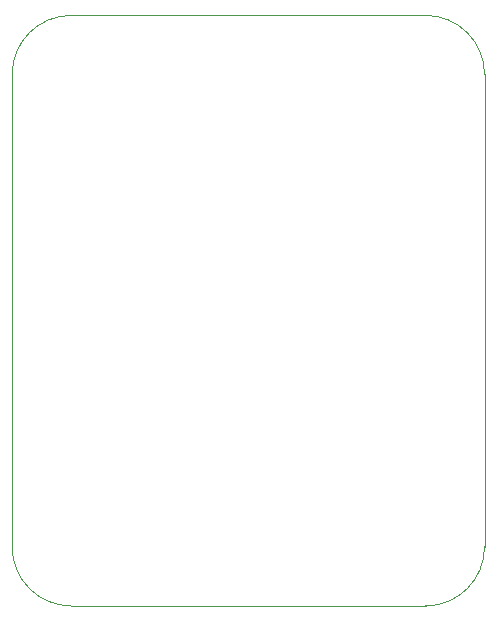
<source format=gm1>
%TF.GenerationSoftware,KiCad,Pcbnew,9.0.3*%
%TF.CreationDate,2025-07-24T09:06:34+02:00*%
%TF.ProjectId,turn-signal-flasher-6V,7475726e-2d73-4696-976e-616c2d666c61,rev?*%
%TF.SameCoordinates,Original*%
%TF.FileFunction,Profile,NP*%
%FSLAX46Y46*%
G04 Gerber Fmt 4.6, Leading zero omitted, Abs format (unit mm)*
G04 Created by KiCad (PCBNEW 9.0.3) date 2025-07-24 09:06:34*
%MOMM*%
%LPD*%
G01*
G04 APERTURE LIST*
%TA.AperFunction,Profile*%
%ADD10C,0.050000*%
%TD*%
G04 APERTURE END LIST*
D10*
X105000000Y-100000000D02*
X135000000Y-100000000D01*
X105000000Y-150000000D02*
G75*
G02*
X100000000Y-145000000I0J5000000D01*
G01*
X140000000Y-105000000D02*
X140000000Y-145000000D01*
X100000000Y-105000000D02*
G75*
G02*
X105000000Y-100000000I5000000J0D01*
G01*
X140000000Y-145000000D02*
G75*
G02*
X135000000Y-150000000I-5000000J0D01*
G01*
X100000000Y-105000000D02*
X100000000Y-145000000D01*
X135000000Y-100000000D02*
G75*
G02*
X140000000Y-105000000I0J-5000000D01*
G01*
X105000000Y-150000000D02*
X135000000Y-150000000D01*
M02*

</source>
